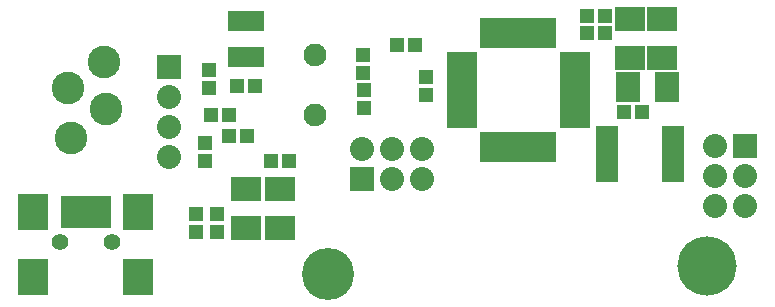
<source format=gts>
G04 (created by PCBNEW-RS274X (2011-11-27 BZR 3249)-stable) date 13/09/2012 2:58:33 p.m.*
G01*
G70*
G90*
%MOIN*%
G04 Gerber Fmt 3.4, Leading zero omitted, Abs format*
%FSLAX34Y34*%
G04 APERTURE LIST*
%ADD10C,0.006000*%
%ADD11R,0.075000X0.037000*%
%ADD12C,0.055400*%
%ADD13R,0.098700X0.118400*%
%ADD14R,0.039700X0.110600*%
%ADD15C,0.108600*%
%ADD16C,0.197500*%
%ADD17C,0.173900*%
%ADD18C,0.076000*%
%ADD19R,0.080000X0.080000*%
%ADD20C,0.080000*%
%ADD21R,0.051500X0.045000*%
%ADD22R,0.100000X0.080000*%
%ADD23R,0.080000X0.100000*%
%ADD24R,0.120000X0.070000*%
%ADD25R,0.098700X0.037700*%
%ADD26R,0.037700X0.098700*%
%ADD27R,0.045000X0.051500*%
G04 APERTURE END LIST*
G54D10*
G54D11*
X20128Y-04472D03*
X20128Y-04722D03*
X20128Y-04982D03*
X20128Y-05232D03*
X20128Y-05492D03*
X20128Y-05747D03*
X20128Y-06002D03*
X22328Y-06002D03*
X22328Y-05747D03*
X22328Y-05492D03*
X22328Y-05232D03*
X22328Y-04977D03*
X22328Y-04722D03*
X22328Y-04467D03*
G54D12*
X03622Y-08169D03*
X01890Y-08169D03*
G54D13*
X04488Y-09350D03*
X01004Y-09350D03*
X04508Y-07185D03*
X01004Y-07185D03*
G54D14*
X02756Y-07185D03*
X02441Y-07185D03*
X02126Y-07185D03*
X03071Y-07185D03*
X03386Y-07185D03*
G54D15*
X02166Y-03053D03*
G54D16*
X23478Y-08982D03*
G54D17*
X10828Y-09232D03*
G54D18*
X10398Y-03932D03*
X10398Y-01932D03*
G54D19*
X11978Y-06092D03*
G54D20*
X11978Y-05092D03*
X12978Y-06092D03*
X12978Y-05092D03*
X13978Y-06092D03*
X13978Y-05092D03*
G54D19*
X05538Y-02352D03*
G54D20*
X05538Y-03352D03*
X05538Y-04352D03*
X05538Y-05352D03*
G54D15*
X02264Y-04726D03*
X03445Y-03742D03*
X03347Y-02167D03*
G54D21*
X06418Y-07842D03*
X06418Y-07242D03*
X07138Y-07842D03*
X07138Y-07242D03*
G54D22*
X08088Y-07702D03*
X08088Y-06402D03*
X09238Y-07702D03*
X09238Y-06402D03*
G54D23*
X20838Y-03022D03*
X22138Y-03022D03*
G54D22*
X21968Y-00752D03*
X21968Y-02052D03*
X20908Y-00752D03*
X20908Y-02052D03*
G54D19*
X24713Y-04984D03*
G54D20*
X23713Y-04984D03*
X24713Y-05984D03*
X23713Y-05984D03*
X24713Y-06984D03*
X23713Y-06984D03*
G54D24*
X08098Y-00822D03*
X08098Y-02022D03*
G54D25*
X15282Y-04215D03*
X15282Y-03900D03*
X15282Y-03585D03*
X15282Y-03270D03*
X15282Y-02955D03*
X15282Y-02640D03*
X15282Y-02325D03*
X15282Y-02010D03*
X19048Y-02012D03*
X19048Y-04222D03*
X19048Y-03902D03*
X19048Y-03582D03*
X19048Y-03272D03*
X19048Y-02952D03*
X19048Y-02642D03*
X19048Y-02322D03*
G54D26*
X16066Y-01222D03*
X16380Y-01222D03*
X16696Y-01222D03*
X17010Y-01222D03*
X17326Y-01222D03*
X17640Y-01222D03*
X17956Y-01222D03*
X18270Y-01222D03*
X16068Y-05002D03*
X16378Y-05002D03*
X16698Y-05002D03*
X17008Y-05002D03*
X17318Y-05002D03*
X17638Y-05002D03*
X17958Y-05002D03*
X18278Y-05002D03*
G54D27*
X20078Y-00642D03*
X19478Y-00642D03*
X20078Y-01212D03*
X19478Y-01212D03*
G54D21*
X06718Y-05472D03*
X06718Y-04872D03*
G54D27*
X07538Y-03952D03*
X06938Y-03952D03*
X09518Y-05482D03*
X08918Y-05482D03*
X08138Y-04652D03*
X07538Y-04652D03*
G54D21*
X12018Y-03722D03*
X12018Y-03122D03*
G54D27*
X07798Y-02972D03*
X08398Y-02972D03*
G54D21*
X06858Y-02432D03*
X06858Y-03032D03*
X12008Y-01932D03*
X12008Y-02532D03*
G54D27*
X13118Y-01622D03*
X13718Y-01622D03*
X21284Y-03858D03*
X20684Y-03858D03*
G54D21*
X14098Y-02672D03*
X14098Y-03272D03*
M02*

</source>
